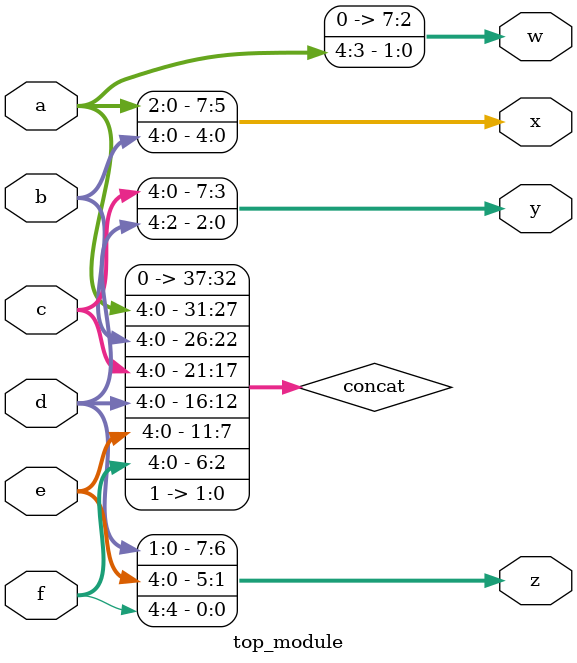
<source format=sv>
module top_module (
    input [4:0] a,
    input [4:0] b,
    input [4:0] c,
    input [4:0] d,
    input [4:0] e,
    input [4:0] f,
    output [7:0] w,
    output [7:0] x,
    output [7:0] y,
    output [7:0] z
);
    
    wire [37:0] concat;
    
    assign concat = {a, b, c, d, e, f, 2'b11}; // Total size = 5*6 + 2 = 32

    assign w = concat[37:30];
    assign x = concat[29:22];
    assign y = concat[21:14];
    assign z = concat[13:6];
endmodule

</source>
